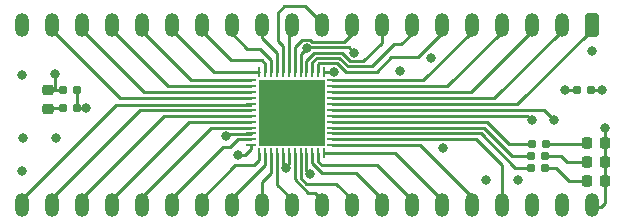
<source format=gtl>
%TF.GenerationSoftware,KiCad,Pcbnew,6.0.2*%
%TF.CreationDate,2022-04-10T12:21:22-06:00*%
%TF.ProjectId,FPGA_1,46504741-5f31-42e6-9b69-6361645f7063,rev?*%
%TF.SameCoordinates,Original*%
%TF.FileFunction,Copper,L1,Top*%
%TF.FilePolarity,Positive*%
%FSLAX46Y46*%
G04 Gerber Fmt 4.6, Leading zero omitted, Abs format (unit mm)*
G04 Created by KiCad (PCBNEW 6.0.2) date 2022-04-10 12:21:22*
%MOMM*%
%LPD*%
G01*
G04 APERTURE LIST*
G04 Aperture macros list*
%AMRoundRect*
0 Rectangle with rounded corners*
0 $1 Rounding radius*
0 $2 $3 $4 $5 $6 $7 $8 $9 X,Y pos of 4 corners*
0 Add a 4 corners polygon primitive as box body*
4,1,4,$2,$3,$4,$5,$6,$7,$8,$9,$2,$3,0*
0 Add four circle primitives for the rounded corners*
1,1,$1+$1,$2,$3*
1,1,$1+$1,$4,$5*
1,1,$1+$1,$6,$7*
1,1,$1+$1,$8,$9*
0 Add four rect primitives between the rounded corners*
20,1,$1+$1,$2,$3,$4,$5,0*
20,1,$1+$1,$4,$5,$6,$7,0*
20,1,$1+$1,$6,$7,$8,$9,0*
20,1,$1+$1,$8,$9,$2,$3,0*%
%AMOutline5P*
0 Free polygon, 5 corners , with rotation*
0 The origin of the aperture is its center*
0 number of corners: always 5*
0 $1 to $10 corner X, Y*
0 $11 Rotation angle, in degrees counterclockwise*
0 create outline with 5 corners*
4,1,5,$1,$2,$3,$4,$5,$6,$7,$8,$9,$10,$1,$2,$11*%
%AMOutline6P*
0 Free polygon, 6 corners , with rotation*
0 The origin of the aperture is its center*
0 number of corners: always 6*
0 $1 to $12 corner X, Y*
0 $13 Rotation angle, in degrees counterclockwise*
0 create outline with 6 corners*
4,1,6,$1,$2,$3,$4,$5,$6,$7,$8,$9,$10,$11,$12,$1,$2,$13*%
%AMOutline7P*
0 Free polygon, 7 corners , with rotation*
0 The origin of the aperture is its center*
0 number of corners: always 7*
0 $1 to $14 corner X, Y*
0 $15 Rotation angle, in degrees counterclockwise*
0 create outline with 7 corners*
4,1,7,$1,$2,$3,$4,$5,$6,$7,$8,$9,$10,$11,$12,$13,$14,$1,$2,$15*%
%AMOutline8P*
0 Free polygon, 8 corners , with rotation*
0 The origin of the aperture is its center*
0 number of corners: always 8*
0 $1 to $16 corner X, Y*
0 $17 Rotation angle, in degrees counterclockwise*
0 create outline with 8 corners*
4,1,8,$1,$2,$3,$4,$5,$6,$7,$8,$9,$10,$11,$12,$13,$14,$15,$16,$1,$2,$17*%
G04 Aperture macros list end*
%TA.AperFunction,SMDPad,CuDef*%
%ADD10RoundRect,0.160000X0.197500X0.160000X-0.197500X0.160000X-0.197500X-0.160000X0.197500X-0.160000X0*%
%TD*%
%TA.AperFunction,SMDPad,CuDef*%
%ADD11RoundRect,0.218750X-0.218750X-0.256250X0.218750X-0.256250X0.218750X0.256250X-0.218750X0.256250X0*%
%TD*%
%TA.AperFunction,SMDPad,CuDef*%
%ADD12RoundRect,0.218750X-0.256250X0.218750X-0.256250X-0.218750X0.256250X-0.218750X0.256250X0.218750X0*%
%TD*%
%TA.AperFunction,SMDPad,CuDef*%
%ADD13RoundRect,0.062500X-0.062500X0.375000X-0.062500X-0.375000X0.062500X-0.375000X0.062500X0.375000X0*%
%TD*%
%TA.AperFunction,SMDPad,CuDef*%
%ADD14RoundRect,0.062500X-0.375000X0.062500X-0.375000X-0.062500X0.375000X-0.062500X0.375000X0.062500X0*%
%TD*%
%TA.AperFunction,SMDPad,CuDef*%
%ADD15R,5.600000X5.600000*%
%TD*%
%TA.AperFunction,ComponentPad*%
%ADD16Outline8P,-0.600000X0.760000X-0.360000X1.000000X0.360000X1.000000X0.600000X0.760000X0.600000X-0.760000X0.360000X-1.000000X-0.360000X-1.000000X-0.600000X-0.760000X180.000000*%
%TD*%
%TA.AperFunction,ComponentPad*%
%ADD17O,1.200000X2.000000*%
%TD*%
%TA.AperFunction,SMDPad,CuDef*%
%ADD18RoundRect,0.155000X-0.212500X-0.155000X0.212500X-0.155000X0.212500X0.155000X-0.212500X0.155000X0*%
%TD*%
%TA.AperFunction,ViaPad*%
%ADD19C,0.800000*%
%TD*%
%TA.AperFunction,Conductor*%
%ADD20C,0.250000*%
%TD*%
G04 APERTURE END LIST*
D10*
%TO.P,R5,1*%
%TO.N,Net-(D3-Pad1)*%
X107810900Y-93548200D03*
%TO.P,R5,2*%
%TO.N,Net-(R5-Pad2)*%
X106615900Y-93548200D03*
%TD*%
D11*
%TO.P,D2,1,K*%
%TO.N,Net-(D2-Pad1)*%
X111328100Y-91490800D03*
%TO.P,D2,2,A*%
%TO.N,+3V3*%
X112903100Y-91490800D03*
%TD*%
D12*
%TO.P,D1,1,K*%
%TO.N,/Cdone*%
X65709800Y-86969500D03*
%TO.P,D1,2,A*%
%TO.N,Net-(D1-Pad2)*%
X65709800Y-88544500D03*
%TD*%
D10*
%TO.P,R6,1*%
%TO.N,Net-(D4-Pad1)*%
X107836300Y-92532200D03*
%TO.P,R6,2*%
%TO.N,Net-(R6-Pad2)*%
X106641300Y-92532200D03*
%TD*%
D13*
%TO.P,U1,1,VCCIO_2*%
%TO.N,+3V3*%
X89110000Y-85462500D03*
%TO.P,U1,2,IOB_6a*%
%TO.N,/6a*%
X88610000Y-85462500D03*
%TO.P,U1,3,IOB_9b*%
%TO.N,/9b*%
X88110000Y-85462500D03*
%TO.P,U1,4,IOB_8a*%
%TO.N,/8a*%
X87610000Y-85462500D03*
%TO.P,U1,5,VCC*%
%TO.N,+1V2*%
X87110000Y-85462500D03*
%TO.P,U1,6,IOB_13b*%
%TO.N,/13b*%
X86610000Y-85462500D03*
%TO.P,U1,7,CDONE*%
%TO.N,/Cdone*%
X86110000Y-85462500D03*
%TO.P,U1,8,~{CRESET}*%
%TO.N,/~{CRESET}*%
X85610000Y-85462500D03*
%TO.P,U1,9,IOB_16a*%
%TO.N,/16a*%
X85110000Y-85462500D03*
%TO.P,U1,10,IOB_18a*%
%TO.N,/18a*%
X84610000Y-85462500D03*
%TO.P,U1,11,IOB_20a*%
%TO.N,/20a*%
X84110000Y-85462500D03*
%TO.P,U1,12,IOB_22b*%
%TO.N,/22b*%
X83610000Y-85462500D03*
D14*
%TO.P,U1,13,IOB_24a*%
%TO.N,/24a*%
X82922500Y-86150000D03*
%TO.P,U1,14,IOB_32a_SPI_SO*%
%TO.N,/SPI_SO*%
X82922500Y-86650000D03*
%TO.P,U1,15,IOB_34a_SPI_SCK*%
%TO.N,/SPI_SCK*%
X82922500Y-87150000D03*
%TO.P,U1,16,IOB_35b_SPI_SS*%
%TO.N,/SPI_SS*%
X82922500Y-87650000D03*
%TO.P,U1,17,IOB_33b_SPI_SI*%
%TO.N,/SPI_SI*%
X82922500Y-88150000D03*
%TO.P,U1,18,IOB_31b*%
%TO.N,/31b*%
X82922500Y-88650000D03*
%TO.P,U1,19,IOB_29b*%
%TO.N,/29b*%
X82922500Y-89150000D03*
%TO.P,U1,20,IOB_25b_G3*%
%TO.N,/25b*%
X82922500Y-89650000D03*
%TO.P,U1,21,IOB_23b*%
%TO.N,/23b*%
X82922500Y-90150000D03*
%TO.P,U1,22,SPI_VCCIO1*%
%TO.N,+3V3*%
X82922500Y-90650000D03*
%TO.P,U1,23,IOT_37a*%
%TO.N,/37a*%
X82922500Y-91150000D03*
%TO.P,U1,24,VPP_2V5*%
%TO.N,Net-(C7-Pad1)*%
X82922500Y-91650000D03*
D13*
%TO.P,U1,25,IOT_36b*%
%TO.N,/36b*%
X83610000Y-92337500D03*
%TO.P,U1,26,IOT_39a*%
%TO.N,/39a*%
X84110000Y-92337500D03*
%TO.P,U1,27,IOT_38b*%
%TO.N,/38b*%
X84610000Y-92337500D03*
%TO.P,U1,28,IOT_41a*%
%TO.N,/41a*%
X85110000Y-92337500D03*
%TO.P,U1,29,VCCPLL*%
%TO.N,+1V2*%
X85610000Y-92337500D03*
%TO.P,U1,30,VCC*%
X86110000Y-92337500D03*
%TO.P,U1,31,IOT_42b*%
%TO.N,/42b*%
X86610000Y-92337500D03*
%TO.P,U1,32,IOT_43a*%
%TO.N,/43a*%
X87110000Y-92337500D03*
%TO.P,U1,33,VCCIO_0*%
%TO.N,+3V3*%
X87610000Y-92337500D03*
%TO.P,U1,34,IOT_44b*%
%TO.N,/44b*%
X88110000Y-92337500D03*
%TO.P,U1,35,IOT_46b_G0*%
%TO.N,/46b*%
X88610000Y-92337500D03*
%TO.P,U1,36,IOT_48b*%
%TO.N,/48b*%
X89110000Y-92337500D03*
D14*
%TO.P,U1,37,IOT_45a_G1*%
%TO.N,/45a*%
X89797500Y-91650000D03*
%TO.P,U1,38,IOT_50b*%
%TO.N,/50b*%
X89797500Y-91150000D03*
%TO.P,U1,39,RGB0*%
%TO.N,Net-(R5-Pad2)*%
X89797500Y-90650000D03*
%TO.P,U1,40,RGB1*%
%TO.N,Net-(R6-Pad2)*%
X89797500Y-90150000D03*
%TO.P,U1,41,RGB2*%
%TO.N,Net-(R4-Pad2)*%
X89797500Y-89650000D03*
%TO.P,U1,42,IOT_51a*%
%TO.N,/51a*%
X89797500Y-89150000D03*
%TO.P,U1,43,IOT_49a*%
%TO.N,/49b*%
X89797500Y-88650000D03*
%TO.P,U1,44,IOB_3b_G6*%
%TO.N,/3b*%
X89797500Y-88150000D03*
%TO.P,U1,45,IOB_5b*%
%TO.N,/5b*%
X89797500Y-87650000D03*
%TO.P,U1,46,IOB_0a*%
%TO.N,/0a*%
X89797500Y-87150000D03*
%TO.P,U1,47,IOB_2a*%
%TO.N,/2a*%
X89797500Y-86650000D03*
%TO.P,U1,48,IOB_4a*%
%TO.N,/4a*%
X89797500Y-86150000D03*
D15*
%TO.P,U1,49,GND*%
%TO.N,GND*%
X86360000Y-88900000D03*
%TD*%
D16*
%TO.P,J1,1,Pin_1*%
%TO.N,/3b*%
X111785400Y-81457800D03*
D17*
%TO.P,J1,2,Pin_2*%
%TO.N,/5b*%
X109245400Y-81457800D03*
%TO.P,J1,3,Pin_3*%
%TO.N,/0a*%
X106705400Y-81457800D03*
%TO.P,J1,4,Pin_4*%
%TO.N,/2a*%
X104165400Y-81457800D03*
%TO.P,J1,5,Pin_5*%
%TO.N,/4a*%
X101625400Y-81457800D03*
%TO.P,J1,6,Pin_6*%
%TO.N,/6a*%
X99085400Y-81457800D03*
%TO.P,J1,7,Pin_7*%
%TO.N,/9b*%
X96545400Y-81457800D03*
%TO.P,J1,8,Pin_8*%
%TO.N,/8a*%
X94005400Y-81457800D03*
%TO.P,J1,9,Pin_9*%
%TO.N,/13b*%
X91465400Y-81457800D03*
%TO.P,J1,10,Pin_10*%
%TO.N,/~{CRESET}*%
X88925400Y-81457800D03*
%TO.P,J1,11,Pin_11*%
%TO.N,/Cdone*%
X86385400Y-81457800D03*
%TO.P,J1,12,Pin_12*%
%TO.N,/16a*%
X83845400Y-81457800D03*
%TO.P,J1,13,Pin_13*%
%TO.N,/18a*%
X81305400Y-81457800D03*
%TO.P,J1,14,Pin_14*%
%TO.N,/20a*%
X78765400Y-81457800D03*
%TO.P,J1,15,Pin_15*%
%TO.N,/22b*%
X76225400Y-81457800D03*
%TO.P,J1,16,Pin_16*%
%TO.N,/24a*%
X73685400Y-81457800D03*
%TO.P,J1,17,Pin_17*%
%TO.N,/SPI_SO*%
X71145400Y-81457800D03*
%TO.P,J1,18,Pin_18*%
%TO.N,/SPI_SCK*%
X68605400Y-81457800D03*
%TO.P,J1,19,Pin_19*%
%TO.N,/SPI_SS*%
X66065400Y-81457800D03*
%TO.P,J1,20,Pin_20*%
%TO.N,GND*%
X63525400Y-81457800D03*
%TO.P,J1,21,Pin_21*%
%TO.N,/SPI_SI*%
X63525400Y-96697800D03*
%TO.P,J1,22,Pin_22*%
%TO.N,/31b*%
X66065400Y-96697800D03*
%TO.P,J1,23,Pin_23*%
%TO.N,/29b*%
X68605400Y-96697800D03*
%TO.P,J1,24,Pin_24*%
%TO.N,/25b*%
X71145400Y-96697800D03*
%TO.P,J1,25,Pin_25*%
%TO.N,/23b*%
X73685400Y-96697800D03*
%TO.P,J1,26,Pin_26*%
%TO.N,/37a*%
X76225400Y-96697800D03*
%TO.P,J1,27,Pin_27*%
%TO.N,/36b*%
X78765400Y-96697800D03*
%TO.P,J1,28,Pin_28*%
%TO.N,/39a*%
X81305400Y-96697800D03*
%TO.P,J1,29,Pin_29*%
%TO.N,/38b*%
X83845400Y-96697800D03*
%TO.P,J1,30,Pin_30*%
%TO.N,/41a*%
X86385400Y-96697800D03*
%TO.P,J1,31,Pin_31*%
%TO.N,/42b*%
X88925400Y-96697800D03*
%TO.P,J1,32,Pin_32*%
%TO.N,/43a*%
X91465400Y-96697800D03*
%TO.P,J1,33,Pin_33*%
%TO.N,/44b*%
X94005400Y-96697800D03*
%TO.P,J1,34,Pin_34*%
%TO.N,/46b*%
X96545400Y-96697800D03*
%TO.P,J1,35,Pin_35*%
%TO.N,/48b*%
X99085400Y-96697800D03*
%TO.P,J1,36,Pin_36*%
%TO.N,/45a*%
X101625400Y-96697800D03*
%TO.P,J1,37,Pin_37*%
%TO.N,/50b*%
X104165400Y-96697800D03*
%TO.P,J1,38,Pin_38*%
%TO.N,/51a*%
X106705400Y-96697800D03*
%TO.P,J1,39,Pin_39*%
%TO.N,/49b*%
X109245400Y-96697800D03*
%TO.P,J1,40,Pin_40*%
%TO.N,+3V3*%
X111785400Y-96697800D03*
%TD*%
D10*
%TO.P,R2,1*%
%TO.N,+3V3*%
X68161500Y-86944200D03*
%TO.P,R2,2*%
%TO.N,/Cdone*%
X66966500Y-86944200D03*
%TD*%
%TO.P,R1,1*%
%TO.N,+3V3*%
X68186900Y-88519000D03*
%TO.P,R1,2*%
%TO.N,Net-(D1-Pad2)*%
X66991900Y-88519000D03*
%TD*%
%TO.P,R4,1*%
%TO.N,Net-(D2-Pad1)*%
X107861700Y-91516200D03*
%TO.P,R4,2*%
%TO.N,Net-(R4-Pad2)*%
X106666700Y-91516200D03*
%TD*%
D18*
%TO.P,C9,1*%
%TO.N,GND*%
X110557500Y-86995000D03*
%TO.P,C9,2*%
%TO.N,+3V3*%
X111692500Y-86995000D03*
%TD*%
D11*
%TO.P,D3,1,K*%
%TO.N,Net-(D3-Pad1)*%
X111328100Y-94640400D03*
%TO.P,D3,2,A*%
%TO.N,+3V3*%
X112903100Y-94640400D03*
%TD*%
%TO.P,D4,1,K*%
%TO.N,Net-(D4-Pad1)*%
X111328100Y-93040200D03*
%TO.P,D4,2,A*%
%TO.N,+3V3*%
X112903100Y-93040200D03*
%TD*%
D19*
%TO.N,+3V3*%
X89916000Y-85425500D03*
X112928400Y-90195400D03*
X87884000Y-94081600D03*
X80772000Y-90874500D03*
X68986400Y-88519000D03*
X95504000Y-85344000D03*
X112649000Y-86995000D03*
%TO.N,/Cdone*%
X66344800Y-85598000D03*
%TO.N,GND*%
X86995000Y-88265000D03*
X84455000Y-86995000D03*
X111785400Y-83693000D03*
X84455000Y-89535000D03*
X88265000Y-88265000D03*
X105486200Y-94615000D03*
X88265000Y-89535000D03*
X63500000Y-85725000D03*
X84455000Y-90805000D03*
X85725000Y-86995000D03*
X88265000Y-90805000D03*
X86995000Y-90805000D03*
X84455000Y-88265000D03*
X109474000Y-86995000D03*
X63550800Y-93802200D03*
X85725000Y-90805000D03*
X85725000Y-89535000D03*
X102844600Y-94564200D03*
X63576200Y-91059000D03*
X88265000Y-86995000D03*
X98196400Y-84251800D03*
X86995000Y-86995000D03*
X85725000Y-88265000D03*
X99187000Y-91874500D03*
X86995000Y-89535000D03*
X66370200Y-91059000D03*
%TO.N,+1V2*%
X87624984Y-83433984D03*
X91643200Y-83796660D03*
X85852000Y-93599000D03*
%TO.N,Net-(C7-Pad1)*%
X81788000Y-92456000D03*
%TO.N,/51a*%
X106680000Y-89535000D03*
%TO.N,/49b*%
X108585000Y-89535000D03*
%TD*%
D20*
%TO.N,+3V3*%
X112903100Y-94640400D02*
X112903100Y-96519900D01*
X68161500Y-88493600D02*
X68186900Y-88519000D01*
X87610000Y-93807600D02*
X87610000Y-92337500D01*
X112903100Y-90220700D02*
X112928400Y-90195400D01*
X68161500Y-86944200D02*
X68161500Y-88493600D01*
X112903100Y-91490800D02*
X112903100Y-90220700D01*
X87884000Y-94081600D02*
X87610000Y-93807600D01*
X112903100Y-93040200D02*
X112903100Y-91490800D01*
X112583000Y-96840000D02*
X111760000Y-96840000D01*
X80772000Y-90874500D02*
X80946020Y-90700480D01*
X82908520Y-90700480D02*
X82922500Y-90686500D01*
X112903100Y-96519900D02*
X112583000Y-96840000D01*
X80946020Y-90700480D02*
X82908520Y-90700480D01*
X68186900Y-88519000D02*
X68986400Y-88519000D01*
X111692500Y-86995000D02*
X112649000Y-86995000D01*
X89879000Y-85462500D02*
X89110000Y-85462500D01*
X112903100Y-94640400D02*
X112903100Y-93040200D01*
X82922500Y-90686500D02*
X82922500Y-90650000D01*
%TO.N,/Cdone*%
X66966500Y-86944200D02*
X66370200Y-86944200D01*
X66344800Y-86918800D02*
X66370200Y-86944200D01*
X66370200Y-86944200D02*
X65735100Y-86944200D01*
X86110000Y-81530000D02*
X86360000Y-81280000D01*
X65735100Y-86944200D02*
X65709800Y-86969500D01*
X86110000Y-85462500D02*
X86110000Y-81530000D01*
X66344800Y-85598000D02*
X66344800Y-86918800D01*
%TO.N,/SPI_SO*%
X75880400Y-86650000D02*
X71120000Y-81889600D01*
X71120000Y-81889600D02*
X71120000Y-81280000D01*
X82922500Y-86650000D02*
X75880400Y-86650000D01*
%TO.N,/SPI_SCK*%
X73840400Y-87150000D02*
X68580000Y-81889600D01*
X68580000Y-81889600D02*
X68580000Y-81280000D01*
X82922500Y-87150000D02*
X73840400Y-87150000D01*
%TO.N,/SPI_SS*%
X71800400Y-87650000D02*
X66040000Y-81889600D01*
X82922500Y-87650000D02*
X71800400Y-87650000D01*
X66040000Y-81889600D02*
X66040000Y-81280000D01*
%TO.N,GND*%
X110557500Y-86995000D02*
X109474000Y-86995000D01*
%TO.N,/SPI_SI*%
X63500000Y-96215200D02*
X63500000Y-96840000D01*
X82922500Y-88150000D02*
X82872020Y-88200480D01*
X71514720Y-88200480D02*
X63500000Y-96215200D01*
X82872020Y-88200480D02*
X71514720Y-88200480D01*
%TO.N,/31b*%
X82922500Y-88650000D02*
X73529000Y-88650000D01*
X73529000Y-88650000D02*
X66040000Y-96139000D01*
X66040000Y-96139000D02*
X66040000Y-96840000D01*
%TO.N,/29b*%
X75569000Y-89150000D02*
X68580000Y-96139000D01*
X68580000Y-96139000D02*
X68580000Y-96840000D01*
X82922500Y-89150000D02*
X75569000Y-89150000D01*
%TO.N,/25b*%
X77685200Y-89650000D02*
X71120000Y-96215200D01*
X82922500Y-89650000D02*
X77685200Y-89650000D01*
X71120000Y-96215200D02*
X71120000Y-96840000D01*
%TO.N,/23b*%
X79547400Y-90150000D02*
X73660000Y-96037400D01*
X82922500Y-90150000D02*
X79547400Y-90150000D01*
X73660000Y-96037400D02*
X73660000Y-96840000D01*
%TO.N,+1V2*%
X85725000Y-93345000D02*
X85852000Y-93345000D01*
X91643200Y-83796660D02*
X91198460Y-83351920D01*
X87624984Y-83444016D02*
X87624984Y-83433984D01*
X85852000Y-93345000D02*
X85852000Y-93599000D01*
X87110000Y-85462500D02*
X87110000Y-83959000D01*
X87110000Y-83959000D02*
X87376000Y-83693000D01*
X87707048Y-83351920D02*
X87624984Y-83433984D01*
X91198460Y-83351920D02*
X87707048Y-83351920D01*
X87376000Y-83693000D02*
X87624984Y-83444016D01*
X86106000Y-92341500D02*
X86110000Y-92337500D01*
X85610000Y-93230000D02*
X85725000Y-93345000D01*
X86106000Y-93218000D02*
X86106000Y-92341500D01*
X85610000Y-92337500D02*
X85610000Y-93230000D01*
X85852000Y-93345000D02*
X85979000Y-93345000D01*
X85979000Y-93345000D02*
X86106000Y-93218000D01*
%TO.N,Net-(D1-Pad2)*%
X66991900Y-88519000D02*
X65455900Y-88519000D01*
%TO.N,Net-(D2-Pad1)*%
X107861700Y-91516200D02*
X111302700Y-91516200D01*
X111302700Y-91516200D02*
X111328100Y-91490800D01*
%TO.N,Net-(C7-Pad1)*%
X82922500Y-91956500D02*
X82922500Y-91650000D01*
X81788000Y-92456000D02*
X82423000Y-92456000D01*
X82423000Y-92456000D02*
X82922500Y-91956500D01*
%TO.N,Net-(R4-Pad2)*%
X104800400Y-91516200D02*
X102934200Y-89650000D01*
X102934200Y-89650000D02*
X89797500Y-89650000D01*
X106666700Y-91516200D02*
X104800400Y-91516200D01*
%TO.N,Net-(R5-Pad2)*%
X102410200Y-90650000D02*
X105308400Y-93548200D01*
X89797500Y-90650000D02*
X102410200Y-90650000D01*
X105308400Y-93548200D02*
X106615900Y-93548200D01*
%TO.N,Net-(R6-Pad2)*%
X102665800Y-90150000D02*
X89797500Y-90150000D01*
X105048000Y-92532200D02*
X102665800Y-90150000D01*
X106641300Y-92532200D02*
X105048000Y-92532200D01*
%TO.N,Net-(D3-Pad1)*%
X107810900Y-93548200D02*
X108762800Y-93548200D01*
X109855000Y-94640400D02*
X111328100Y-94640400D01*
X108762800Y-93548200D02*
X109855000Y-94640400D01*
%TO.N,Net-(D4-Pad1)*%
X109143800Y-92532200D02*
X109677200Y-93065600D01*
X109677200Y-93065600D02*
X111302700Y-93065600D01*
X111302700Y-93065600D02*
X111328100Y-93040200D01*
X107836300Y-92532200D02*
X109143800Y-92532200D01*
%TO.N,/3b*%
X89797500Y-88150000D02*
X105474200Y-88150000D01*
X111760000Y-81864200D02*
X111760000Y-81280000D01*
X105474200Y-88150000D02*
X111760000Y-81864200D01*
%TO.N,/5b*%
X103510400Y-87650000D02*
X109220000Y-81940400D01*
X109220000Y-81940400D02*
X109220000Y-81280000D01*
X89797500Y-87650000D02*
X103510400Y-87650000D01*
%TO.N,/0a*%
X89797500Y-87150000D02*
X101521200Y-87150000D01*
X106680000Y-81991200D02*
X106680000Y-81280000D01*
X101521200Y-87150000D02*
X106680000Y-81991200D01*
%TO.N,/2a*%
X99532000Y-86650000D02*
X104140000Y-82042000D01*
X104140000Y-82042000D02*
X104140000Y-81280000D01*
X89797500Y-86650000D02*
X99532000Y-86650000D01*
%TO.N,/4a*%
X97517400Y-86150000D02*
X101600000Y-82067400D01*
X101600000Y-82067400D02*
X101600000Y-81280000D01*
X89797500Y-86150000D02*
X97517400Y-86150000D01*
%TO.N,/6a*%
X93548200Y-85420200D02*
X94792800Y-84175600D01*
X88654520Y-84700480D02*
X90215594Y-84700480D01*
X88610000Y-84745000D02*
X88654520Y-84700480D01*
X94792800Y-84175600D02*
X97028000Y-84175600D01*
X99060000Y-82143600D02*
X99060000Y-81280000D01*
X90935314Y-85420200D02*
X93548200Y-85420200D01*
X97028000Y-84175600D02*
X99060000Y-82143600D01*
X90215594Y-84700480D02*
X90935314Y-85420200D01*
X88610000Y-85462500D02*
X88610000Y-84745000D01*
%TO.N,/9b*%
X90401791Y-84250960D02*
X91121511Y-84970680D01*
X88110000Y-84609282D02*
X88468323Y-84250960D01*
X93159520Y-84970680D02*
X95013720Y-83116480D01*
X88110000Y-85462500D02*
X88110000Y-84609282D01*
X95013720Y-83116480D02*
X95623320Y-83116480D01*
X88468323Y-84250960D02*
X90401791Y-84250960D01*
X91121511Y-84970680D02*
X93159520Y-84970680D01*
X96520000Y-82219800D02*
X96520000Y-81280000D01*
X95623320Y-83116480D02*
X96520000Y-82219800D01*
%TO.N,/8a*%
X92415240Y-84521160D02*
X91307708Y-84521160D01*
X90587988Y-83801440D02*
X88282126Y-83801440D01*
X93980000Y-82956400D02*
X92415240Y-84521160D01*
X91307708Y-84521160D02*
X90587988Y-83801440D01*
X87610000Y-84473564D02*
X87610000Y-85462500D01*
X88282126Y-83801440D02*
X87610000Y-84473564D01*
X93980000Y-81280000D02*
X93980000Y-82956400D01*
%TO.N,/13b*%
X87216527Y-82709473D02*
X86610000Y-83316000D01*
X88118014Y-82902400D02*
X87925087Y-82709473D01*
X87925087Y-82709473D02*
X87216527Y-82709473D01*
X91440000Y-81280000D02*
X91440000Y-82219800D01*
X86610000Y-83316000D02*
X86610000Y-85462500D01*
X91440000Y-82219800D02*
X90757400Y-82902400D01*
X90757400Y-82902400D02*
X88118014Y-82902400D01*
%TO.N,/~{CRESET}*%
X85725000Y-79883000D02*
X87503000Y-79883000D01*
X85191600Y-80416400D02*
X85725000Y-79883000D01*
X85610000Y-83247800D02*
X85191600Y-82829400D01*
X85610000Y-85462500D02*
X85610000Y-83247800D01*
X85191600Y-82829400D02*
X85191600Y-80416400D01*
X87503000Y-79883000D02*
X88900000Y-81280000D01*
%TO.N,/16a*%
X83820000Y-82550000D02*
X83820000Y-81280000D01*
X85110000Y-83840000D02*
X83820000Y-82550000D01*
X85110000Y-85462500D02*
X85110000Y-83840000D01*
%TO.N,/18a*%
X82600800Y-83464400D02*
X81280718Y-82144318D01*
X81280718Y-82144318D02*
X81280718Y-81280000D01*
X83667600Y-83464400D02*
X82600800Y-83464400D01*
X84610000Y-84406800D02*
X83667600Y-83464400D01*
X84610000Y-85462500D02*
X84610000Y-84406800D01*
%TO.N,/20a*%
X84110000Y-84745000D02*
X83820000Y-84455000D01*
X83820000Y-84455000D02*
X81203800Y-84455000D01*
X78740000Y-81991200D02*
X78740000Y-81280000D01*
X84110000Y-85462500D02*
X84110000Y-84745000D01*
X81203800Y-84455000D02*
X78740000Y-81991200D01*
%TO.N,/22b*%
X83610000Y-85462500D02*
X79772900Y-85462500D01*
X79772900Y-85462500D02*
X76200000Y-81889600D01*
X76200000Y-81889600D02*
X76200000Y-81280000D01*
%TO.N,/24a*%
X73660000Y-81965800D02*
X73660000Y-81280000D01*
X82922500Y-86150000D02*
X77844200Y-86150000D01*
X77844200Y-86150000D02*
X73660000Y-81965800D01*
%TO.N,/37a*%
X81178400Y-91795600D02*
X80543400Y-91795600D01*
X80543400Y-91795600D02*
X76200000Y-96139000D01*
X82922500Y-91150000D02*
X81824000Y-91150000D01*
X76200000Y-96139000D02*
X76200000Y-96840000D01*
X81824000Y-91150000D02*
X81178400Y-91795600D01*
%TO.N,/36b*%
X83610000Y-92337500D02*
X83610000Y-92920000D01*
X83610000Y-92920000D02*
X83210400Y-93319600D01*
X81584800Y-93319600D02*
X78740000Y-96164400D01*
X83210400Y-93319600D02*
X81584800Y-93319600D01*
X78740000Y-96164400D02*
X78740000Y-96840000D01*
%TO.N,/39a*%
X84110000Y-93309000D02*
X81280000Y-96139000D01*
X84110000Y-92337500D02*
X84110000Y-93309000D01*
X81280000Y-96139000D02*
X81280000Y-96840000D01*
%TO.N,/38b*%
X84610000Y-92337500D02*
X84610000Y-93980000D01*
X83820000Y-94770000D02*
X83820000Y-96840000D01*
X84610000Y-93980000D02*
X83820000Y-94770000D01*
%TO.N,/41a*%
X86360000Y-96240600D02*
X86360000Y-96566164D01*
X85110000Y-94990600D02*
X86360000Y-96240600D01*
X85110000Y-92337500D02*
X85110000Y-94990600D01*
%TO.N,/42b*%
X86610000Y-92337500D02*
X86610000Y-94548218D01*
X88315800Y-95707200D02*
X88900000Y-96291400D01*
X86610000Y-94548218D02*
X87768982Y-95707200D01*
X87768982Y-95707200D02*
X88315800Y-95707200D01*
X88900000Y-96291400D02*
X88900000Y-96672400D01*
%TO.N,/43a*%
X90093800Y-94894400D02*
X91440000Y-96240600D01*
X87591900Y-94894400D02*
X90093800Y-94894400D01*
X87110000Y-94412500D02*
X87591900Y-94894400D01*
X87110000Y-92337500D02*
X87110000Y-94412500D01*
X91440000Y-96240600D02*
X91440000Y-96621600D01*
%TO.N,/44b*%
X93980000Y-96840000D02*
X93980000Y-96164400D01*
X88900000Y-93980000D02*
X88110000Y-93190000D01*
X93980000Y-96164400D02*
X91795600Y-93980000D01*
X91795600Y-93980000D02*
X88900000Y-93980000D01*
X88110000Y-93190000D02*
X88110000Y-92337500D01*
%TO.N,/46b*%
X93599000Y-93345000D02*
X96520000Y-96266000D01*
X96520000Y-96266000D02*
X96520000Y-96840000D01*
X88610000Y-92337500D02*
X88610000Y-93054282D01*
X88900718Y-93345000D02*
X93599000Y-93345000D01*
X88610000Y-93054282D02*
X88900718Y-93345000D01*
%TO.N,/48b*%
X99060000Y-96266000D02*
X95131500Y-92337500D01*
X99060000Y-96840000D02*
X99060000Y-96266000D01*
X95131500Y-92337500D02*
X89110000Y-92337500D01*
%TO.N,/45a*%
X97187200Y-91650000D02*
X101600000Y-96062800D01*
X89797500Y-91650000D02*
X97187200Y-91650000D01*
X101600000Y-96062800D02*
X101600000Y-96840000D01*
%TO.N,/50b*%
X104140000Y-93345000D02*
X104140000Y-96840000D01*
X101945000Y-91150000D02*
X104140000Y-93345000D01*
X89797500Y-91150000D02*
X101945000Y-91150000D01*
%TO.N,/51a*%
X106295000Y-89150000D02*
X106680000Y-89535000D01*
X89797500Y-89150000D02*
X106295000Y-89150000D01*
%TO.N,/49b*%
X89797500Y-88650000D02*
X107700000Y-88650000D01*
X107700000Y-88650000D02*
X108585000Y-89535000D01*
%TD*%
M02*

</source>
